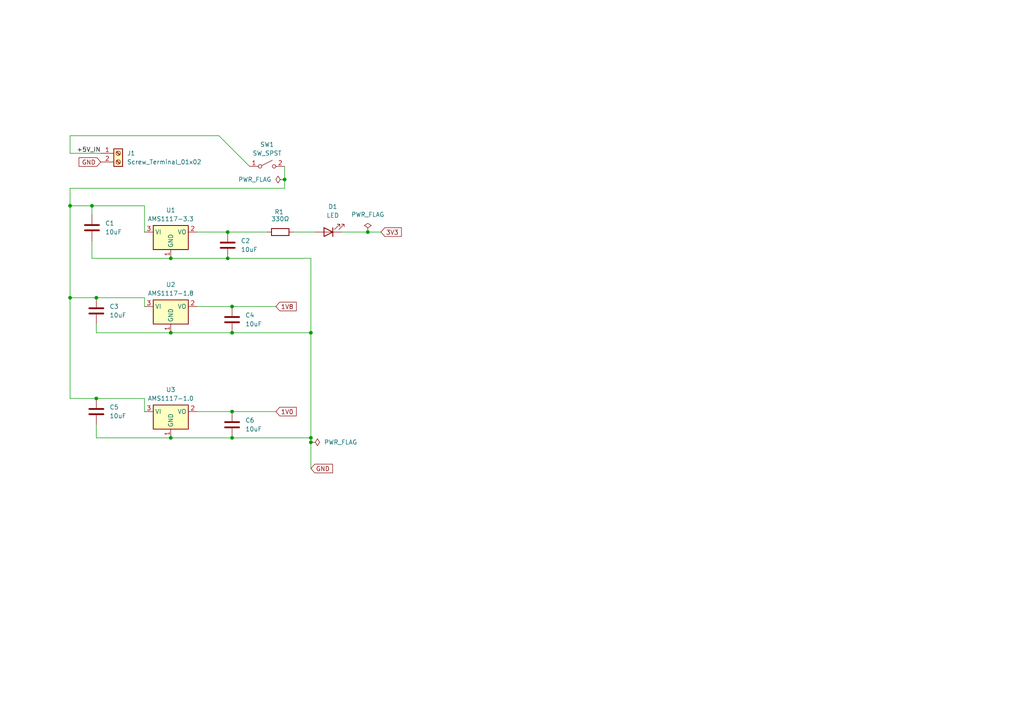
<source format=kicad_sch>
(kicad_sch (version 20231120) (generator "eeschema") (generator_version "8.0")
  (paper "A4")
  (lib_symbols
    (symbol "Connector:Screw_Terminal_01x02" (pin_names (offset 1.016) hide)
      (property "Reference" "J" (at 0 2.54 0))
      (property "Value" "Screw_Terminal_01x02" (at 0 -5.08 0))
      (symbol "Screw_Terminal_01x02_1_1"
        (rectangle (start -1.27 1.27) (end 1.27 -3.81) (stroke (width 0.254)) (fill (type background)))
        (circle (center 0 -2.54) (radius 0.635) (stroke (width 0.1524)))
        (polyline (pts (xy -0.5334 -2.2098) (xy 0.3302 -3.048)) (stroke (width 0.1524)))
        (polyline (pts (xy -0.5334 0.3302) (xy 0.3302 -0.508)) (stroke (width 0.1524)))
        (polyline (pts (xy -0.3556 -2.032) (xy 0.508 -2.8702)) (stroke (width 0.1524)))
        (polyline (pts (xy -0.3556 0.508) (xy 0.508 -0.3302)) (stroke (width 0.1524)))
        (circle (center 0 0) (radius 0.635) (stroke (width 0.1524)))
        (pin passive line (at -5.08 0 0) (length 3.81) (name "Pin_1") (number "1"))
        (pin passive line (at -5.08 -2.54 0) (length 3.81) (name "Pin_2") (number "2"))
      )
    )
    (symbol "Device:C" (pin_numbers hide) (pin_names (offset 0.254))
      (property "Reference" "C" (at 0.635 2.54 0))
      (property "Value" "C" (at 0.635 -2.54 0))
      (symbol "C_0_1"
        (polyline (pts (xy -2.032 -0.762) (xy 2.032 -0.762)) (stroke (width 0.508)))
        (polyline (pts (xy -2.032 0.762) (xy 2.032 0.762)) (stroke (width 0.508)))
      )
      (symbol "C_1_1"
        (pin passive line (at 0 3.81 270) (length 2.794) (name "~") (number "1"))
        (pin passive line (at 0 -3.81 90) (length 2.794) (name "~") (number "2"))
      )
    )
    (symbol "Device:LED" (pin_numbers hide) (pin_names (offset 1.016) hide)
      (property "Reference" "D" (at 0 2.54 0))
      (property "Value" "LED" (at 0 -2.54 0))
      (symbol "LED_0_1"
        (polyline (pts (xy -1.27 -1.27) (xy -1.27 1.27)) (stroke (width 0.254)))
        (polyline (pts (xy -1.27 0) (xy 1.27 0)))
        (polyline (pts (xy 1.27 -1.27) (xy 1.27 1.27) (xy -1.27 0) (xy 1.27 -1.27)) (stroke (width 0.254)))
        (polyline (pts (xy -3.048 -0.762) (xy -4.572 -2.286) (xy -3.81 -2.286) (xy -4.572 -2.286) (xy -4.572 -1.524)))
        (polyline (pts (xy -1.778 -0.762) (xy -3.302 -2.286) (xy -2.54 -2.286) (xy -3.302 -2.286) (xy -3.302 -1.524)))
      )
      (symbol "LED_1_1"
        (pin passive line (at -3.81 0 0) (length 2.54) (name "K") (number "1"))
        (pin passive line (at 3.81 0 180) (length 2.54) (name "A") (number "2"))
      )
    )
    (symbol "Device:R" (pin_numbers hide) (pin_names (offset 0))
      (property "Reference" "R" (at 2.032 0 90))
      (property "Value" "R" (at 0 0 90))
      (symbol "R_0_1"
        (rectangle (start -1.016 -2.54) (end 1.016 2.54) (stroke (width 0.254)))
      )
      (symbol "R_1_1"
        (pin passive line (at 0 3.81 270) (length 1.27) (name "~") (number "1"))
        (pin passive line (at 0 -3.81 90) (length 1.27) (name "~") (number "2"))
      )
    )
    (symbol "Regulator_Linear:AMS1117-1.5"
      (property "Reference" "U" (at -3.81 3.175 0))
      (property "Value" "AMS1117-1.5" (at 0 3.175 0))
      (symbol "AMS1117-1.5_0_1"
        (rectangle (start -5.08 -5.08) (end 5.08 1.905) (stroke (width 0.254)) (fill (type background)))
      )
      (symbol "AMS1117-1.5_1_1"
        (pin power_in line (at 0 -7.62 90) (length 2.54) (name "GND") (number "1"))
        (pin power_out line (at 7.62 0 180) (length 2.54) (name "VO") (number "2"))
        (pin power_in line (at -7.62 0 0) (length 2.54) (name "VI") (number "3"))
      )
    )
    (symbol "Regulator_Linear:AMS1117-1.8"
      (property "Reference" "U" (at -3.81 3.175 0))
      (property "Value" "AMS1117-1.8" (at 0 3.175 0))
      (symbol "AMS1117-1.8_0_1"
        (rectangle (start -5.08 -5.08) (end 5.08 1.905) (stroke (width 0.254)) (fill (type background)))
      )
      (symbol "AMS1117-1.8_1_1"
        (pin power_in line (at 0 -7.62 90) (length 2.54) (name "GND") (number "1"))
        (pin power_out line (at 7.62 0 180) (length 2.54) (name "VO") (number "2"))
        (pin power_in line (at -7.62 0 0) (length 2.54) (name "VI") (number "3"))
      )
    )
    (symbol "Regulator_Linear:AMS1117-3.3"
      (property "Reference" "U" (at -3.81 3.175 0))
      (property "Value" "AMS1117-3.3" (at 0 3.175 0))
      (symbol "AMS1117-3.3_0_1"
        (rectangle (start -5.08 -5.08) (end 5.08 1.905) (stroke (width 0.254)) (fill (type background)))
      )
      (symbol "AMS1117-3.3_1_1"
        (pin power_in line (at 0 -7.62 90) (length 2.54) (name "GND") (number "1"))
        (pin power_out line (at 7.62 0 180) (length 2.54) (name "VO") (number "2"))
        (pin power_in line (at -7.62 0 0) (length 2.54) (name "VI") (number "3"))
      )
    )
    (symbol "Switch:SW_SPST" (pin_names (offset 0) hide)
      (property "Reference" "SW" (at 0 3.175 0))
      (property "Value" "SW_SPST" (at 0 -2.54 0))
      (symbol "SW_SPST_0_0"
        (circle (center -2.032 0) (radius 0.508))
        (polyline (pts (xy -1.524 0.254) (xy 1.524 1.778)))
        (circle (center 2.032 0) (radius 0.508))
      )
      (symbol "SW_SPST_1_1"
        (pin passive line (at -5.08 0 0) (length 2.54) (name "A") (number "1"))
        (pin passive line (at 5.08 0 180) (length 2.54) (name "B") (number "2"))
      )
    )
    (symbol "power:PWR_FLAG" (power) (pin_numbers hide) (pin_names (offset 0) hide)
      (property "Value" "PWR_FLAG" (at 0 3.81 0))
      (symbol "PWR_FLAG_0_0"
        (pin power_out line (at 0 0 90) (length 0) (name "~") (number "1"))
      )
      (symbol "PWR_FLAG_0_1"
        (polyline (pts (xy 0 0) (xy 0 1.27) (xy -1.016 1.905) (xy 0 2.54) (xy 1.016 1.905) (xy 0 1.27)))
      )
    )
  )
  (junction (at 66.04 67.31))
  (junction (at 49.53 96.52))
  (junction (at 27.94 115.57))
  (junction (at 67.31 127))
  (junction (at 66.04 74.93))
  (junction (at 90.17 128.27))
  (junction (at 49.53 74.93))
  (junction (at 20.32 59.69))
  (junction (at 26.67 59.69))
  (junction (at 20.32 86.36))
  (junction (at 67.31 88.9))
  (junction (at 49.53 127))
  (junction (at 67.31 119.38))
  (junction (at 106.68 67.31))
  (junction (at 82.55 52.07))
  (junction (at 27.94 86.36))
  (junction (at 90.17 127))
  (junction (at 90.17 96.52))
  (junction (at 67.31 96.52))
  (wire (pts (xy 67.31 96.52) (xy 90.17 96.52)))
  (wire (pts (xy 57.15 88.9) (xy 67.31 88.9)))
  (wire (pts (xy 27.94 123.19) (xy 27.94 127)))
  (wire (pts (xy 27.94 115.57) (xy 41.91 115.57)))
  (wire (pts (xy 66.04 67.31) (xy 77.47 67.31)))
  (wire (pts (xy 27.94 86.36) (xy 41.91 86.36)))
  (wire (pts (xy 63.5 39.37) (xy 72.39 48.26)))
  (wire (pts (xy 49.53 127) (xy 67.31 127)))
  (wire (pts (xy 41.91 59.69) (xy 41.91 67.31)))
  (wire (pts (xy 41.91 86.36) (xy 41.91 88.9)))
  (wire (pts (xy 27.94 93.98) (xy 27.94 96.52)))
  (wire (pts (xy 26.67 59.69) (xy 26.67 62.23)))
  (wire (pts (xy 20.32 86.36) (xy 27.94 86.36)))
  (wire (pts (xy 90.17 74.93) (xy 90.17 96.52)))
  (wire (pts (xy 67.31 127) (xy 90.17 127)))
  (wire (pts (xy 67.31 119.38) (xy 80.01 119.38)))
  (wire (pts (xy 27.94 127) (xy 49.53 127)))
  (wire (pts (xy 57.15 67.31) (xy 66.04 67.31)))
  (wire (pts (xy 20.32 86.36) (xy 20.32 115.57)))
  (wire (pts (xy 49.53 74.93) (xy 66.04 74.93)))
  (wire (pts (xy 66.04 74.93) (xy 90.17 74.93)))
  (wire (pts (xy 20.32 54.61) (xy 82.55 54.61)))
  (wire (pts (xy 20.32 44.45) (xy 29.21 44.45)))
  (wire (pts (xy 20.32 115.57) (xy 27.94 115.57)))
  (wire (pts (xy 20.32 39.37) (xy 63.5 39.37)))
  (wire (pts (xy 106.68 67.31) (xy 110.49 67.31)))
  (wire (pts (xy 82.55 52.07) (xy 82.55 54.61)))
  (wire (pts (xy 26.67 59.69) (xy 41.91 59.69)))
  (wire (pts (xy 85.09 67.31) (xy 91.44 67.31)))
  (wire (pts (xy 90.17 127) (xy 90.17 128.27)))
  (wire (pts (xy 90.17 128.27) (xy 90.17 135.89)))
  (wire (pts (xy 20.32 54.61) (xy 20.32 59.69)))
  (wire (pts (xy 49.53 96.52) (xy 67.31 96.52)))
  (wire (pts (xy 20.32 59.69) (xy 20.32 86.36)))
  (wire (pts (xy 57.15 119.38) (xy 67.31 119.38)))
  (wire (pts (xy 67.31 88.9) (xy 80.01 88.9)))
  (wire (pts (xy 27.94 96.52) (xy 49.53 96.52)))
  (wire (pts (xy 20.32 59.69) (xy 26.67 59.69)))
  (wire (pts (xy 26.67 69.85) (xy 26.67 74.93)))
  (wire (pts (xy 82.55 48.26) (xy 82.55 52.07)))
  (wire (pts (xy 20.32 39.37) (xy 20.32 44.45)))
  (wire (pts (xy 41.91 115.57) (xy 41.91 119.38)))
  (wire (pts (xy 26.67 74.93) (xy 49.53 74.93)))
  (wire (pts (xy 99.06 67.31) (xy 106.68 67.31)))
  (wire (pts (xy 90.17 96.52) (xy 90.17 127)))
  (label "+5V_IN" (at 29.21 44.45 180))
  (global_label "3V3" (shape input) (at 110.49 67.31 0) (property "Intersheetrefs" "${INTERSHEET_REFS}" (effects (hide yes))))
  (global_label "GND" (shape input) (at 29.21 46.99 180) (property "Intersheetrefs" "${INTERSHEET_REFS}" (effects (hide yes))))
  (global_label "1V8" (shape input) (at 80.01 88.9 0) (property "Intersheetrefs" "${INTERSHEET_REFS}" (effects (hide yes))))
  (global_label "GND" (shape input) (at 90.17 135.89 0) (property "Intersheetrefs" "${INTERSHEET_REFS}" (effects (hide yes))))
  (global_label "1V0" (shape input) (at 80.01 119.38 0) (property "Intersheetrefs" "${INTERSHEET_REFS}" (effects (hide yes))))
  (symbol (lib_id "Connector:Screw_Terminal_01x02") (at 34.29 44.45 0) (unit 1)
    (property "Reference" "J1" (at 36.83 44.4499 0) (effects (justify left)))
    (property "Value" "Screw_Terminal_01x02" (at 36.83 46.9899 0) (effects (justify left)))
    (property "Footprint" "TerminalBlock:TerminalBlock_bornier-2_P5.08mm" (effects (hide yes)))
    (property "Description" "Generic screw terminal, single row, 01x02, script generated (kicad-library-utils/schlib/autogen/connector/)" (effects (hide yes)))
  )
  (symbol (lib_id "Device:C") (at 67.31 123.19 0) (unit 1)
    (property "Reference" "C6" (at 71.12 121.9199 0) (effects (justify left)))
    (property "Value" "10uF" (at 71.12 124.4599 0) (effects (justify left)))
    (property "Footprint" "Capacitor_SMD:C_0805_2012Metric" (effects (hide yes)))
    (property "Description" "Unpolarized capacitor" (effects (hide yes)))
  )
  (symbol (lib_id "Regulator_Linear:AMS1117-1.8") (at 49.53 88.9 0) (unit 1)
    (property "Reference" "U2" (at 49.53 82.55 0))
    (property "Value" "AMS1117-1.8" (at 49.53 85.09 0))
    (property "Footprint" "Package_TO_SOT_SMD:SOT-223-3_TabPin2" (effects (hide yes)))
    (property "Datasheet" "http://www.advanced-monolithic.com/pdf/ds1117.pdf" (effects (hide yes)))
    (property "Description" "1A Low Dropout regulator, positive, 1.8V fixed output, SOT-223" (effects (hide yes)))
  )
  (symbol (lib_id "power:PWR_FLAG") (at 90.17 128.27 270) (unit 1)
    (property "Reference" "#FLG02" (effects (hide yes)))
    (property "Value" "PWR_FLAG" (at 93.98 128.2699 90) (effects (justify left)))
    (property "Description" "Special symbol for telling ERC where power comes from" (effects (hide yes)))
  )
  (symbol (lib_id "Device:LED") (at 95.25 67.31 180) (unit 1)
    (property "Reference" "D1" (at 96.52 59.944 0))
    (property "Value" "LED" (at 96.52 62.484 0))
    (property "Footprint" "LED_SMD:LED_0805_2012Metric" (effects (hide yes)))
    (property "Description" "Light emitting diode" (effects (hide yes)))
  )
  (symbol (lib_id "Regulator_Linear:AMS1117-1.5") (at 49.53 119.38 0) (unit 1)
    (property "Reference" "U3" (at 49.53 113.03 0))
    (property "Value" "AMS1117-1.0" (at 49.53 115.57 0))
    (property "Footprint" "Package_TO_SOT_SMD:SOT-223-3_TabPin2" (effects (hide yes)))
    (property "Datasheet" "http://www.advanced-monolithic.com/pdf/ds1117.pdf" (effects (hide yes)))
    (property "Description" "1A Low Dropout regulator, positive, 1.0V fixed output, SOT-223" (effects (hide yes)))
  )
  (symbol (lib_id "power:PWR_FLAG") (at 82.55 52.07 90) (unit 1)
    (property "Reference" "#FLG01" (effects (hide yes)))
    (property "Value" "PWR_FLAG" (at 78.74 52.0699 90) (effects (justify left)))
    (property "Description" "Special symbol for telling ERC where power comes from" (effects (hide yes)))
  )
  (symbol (lib_id "Switch:SW_SPST") (at 77.47 48.26 0) (unit 1)
    (property "Reference" "SW1" (at 77.47 41.91 0))
    (property "Value" "SW_SPST" (at 77.47 44.45 0))
    (property "Footprint" "Button_Switch_THT:SW_PUSH_6mm_H5mm" (effects (hide yes)))
    (property "Description" "Single Pole Single Throw (SPST) switch" (effects (hide yes)))
  )
  (symbol (lib_id "Device:C") (at 27.94 90.17 0) (unit 1)
    (property "Reference" "C3" (at 31.75 88.8999 0) (effects (justify left)))
    (property "Value" "10uF" (at 31.75 91.4399 0) (effects (justify left)))
    (property "Footprint" "Capacitor_SMD:C_0805_2012Metric" (effects (hide yes)))
    (property "Description" "Unpolarized capacitor" (effects (hide yes)))
  )
  (symbol (lib_id "power:PWR_FLAG") (at 106.68 67.31 0) (unit 1)
    (property "Reference" "#FLG03" (effects (hide yes)))
    (property "Value" "PWR_FLAG" (at 106.68 62.23 0))
    (property "Description" "Special symbol for telling ERC where power comes from" (effects (hide yes)))
  )
  (symbol (lib_id "Device:C") (at 27.94 119.38 0) (unit 1)
    (property "Reference" "C5" (at 31.75 118.1099 0) (effects (justify left)))
    (property "Value" "10uF" (at 31.75 120.6499 0) (effects (justify left)))
    (property "Footprint" "Capacitor_SMD:C_0805_2012Metric" (effects (hide yes)))
    (property "Description" "Unpolarized capacitor" (effects (hide yes)))
  )
  (symbol (lib_id "Device:R") (at 81.28 67.31 90) (unit 1)
    (property "Reference" "R1" (at 80.9625 61.468 90))
    (property "Value" "330Ω" (at 81.28 63.5 90))
    (property "Footprint" "Resistor_SMD:R_0805_2012Metric" (effects (hide yes)))
    (property "Description" "Resistor" (effects (hide yes)))
  )
  (symbol (lib_id "Regulator_Linear:AMS1117-3.3") (at 49.53 67.31 0) (unit 1)
    (property "Reference" "U1" (at 49.53 60.96 0))
    (property "Value" "AMS1117-3.3" (at 49.53 63.5 0))
    (property "Footprint" "Package_TO_SOT_SMD:SOT-223-3_TabPin2" (effects (hide yes)))
    (property "Datasheet" "http://www.advanced-monolithic.com/pdf/ds1117.pdf" (effects (hide yes)))
    (property "Description" "1A Low Dropout regulator, positive, 3.3V fixed output, SOT-223" (effects (hide yes)))
  )
  (symbol (lib_id "Device:C") (at 67.31 92.71 0) (unit 1)
    (property "Reference" "C4" (at 71.12 91.4399 0) (effects (justify left)))
    (property "Value" "10uF" (at 71.12 93.9799 0) (effects (justify left)))
    (property "Footprint" "Capacitor_SMD:C_0805_2012Metric" (effects (hide yes)))
    (property "Description" "Unpolarized capacitor" (effects (hide yes)))
  )
  (symbol (lib_id "Device:C") (at 66.04 71.12 0) (unit 1)
    (property "Reference" "C2" (at 69.85 69.8499 0) (effects (justify left)))
    (property "Value" "10uF" (at 69.85 72.3899 0) (effects (justify left)))
    (property "Footprint" "Capacitor_SMD:C_0805_2012Metric" (effects (hide yes)))
    (property "Description" "Unpolarized capacitor" (effects (hide yes)))
  )
  (symbol (lib_id "Device:C") (at 26.67 66.04 0) (unit 1)
    (property "Reference" "C1" (at 30.48 64.7699 0) (effects (justify left)))
    (property "Value" "10uF" (at 30.48 67.3099 0) (effects (justify left)))
    (property "Footprint" "Capacitor_SMD:C_0805_2012Metric" (effects (hide yes)))
    (property "Description" "Unpolarized capacitor" (effects (hide yes)))
  )
)
</source>
